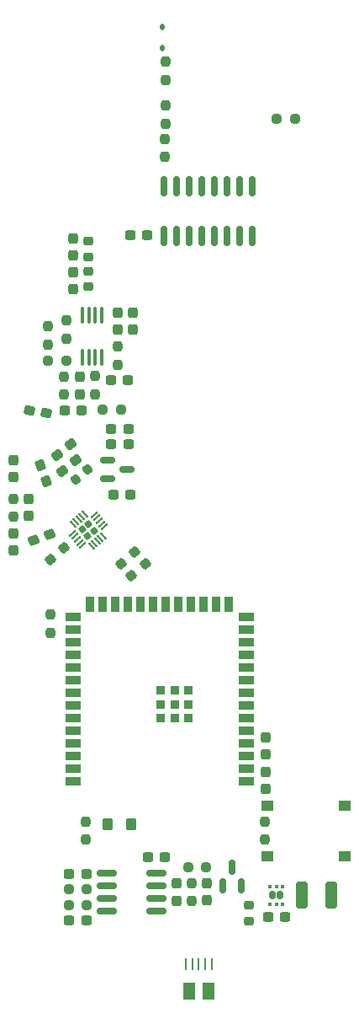
<source format=gbr>
G04 #@! TF.GenerationSoftware,KiCad,Pcbnew,8.0.3*
G04 #@! TF.CreationDate,2025-02-16T14:45:01-05:00*
G04 #@! TF.ProjectId,MEAP_Rev4c,4d454150-5f52-4657-9634-632e6b696361,rev?*
G04 #@! TF.SameCoordinates,Original*
G04 #@! TF.FileFunction,Paste,Top*
G04 #@! TF.FilePolarity,Positive*
%FSLAX46Y46*%
G04 Gerber Fmt 4.6, Leading zero omitted, Abs format (unit mm)*
G04 Created by KiCad (PCBNEW 8.0.3) date 2025-02-16 14:45:01*
%MOMM*%
%LPD*%
G01*
G04 APERTURE LIST*
G04 Aperture macros list*
%AMRoundRect*
0 Rectangle with rounded corners*
0 $1 Rounding radius*
0 $2 $3 $4 $5 $6 $7 $8 $9 X,Y pos of 4 corners*
0 Add a 4 corners polygon primitive as box body*
4,1,4,$2,$3,$4,$5,$6,$7,$8,$9,$2,$3,0*
0 Add four circle primitives for the rounded corners*
1,1,$1+$1,$2,$3*
1,1,$1+$1,$4,$5*
1,1,$1+$1,$6,$7*
1,1,$1+$1,$8,$9*
0 Add four rect primitives between the rounded corners*
20,1,$1+$1,$2,$3,$4,$5,0*
20,1,$1+$1,$4,$5,$6,$7,0*
20,1,$1+$1,$6,$7,$8,$9,0*
20,1,$1+$1,$8,$9,$2,$3,0*%
G04 Aperture macros list end*
%ADD10RoundRect,0.218750X-0.002858X-0.336909X0.332287X-0.055689X0.002858X0.336909X-0.332287X0.055689X0*%
%ADD11RoundRect,0.237500X-0.077151X-0.374772X0.382475X0.010901X0.077151X0.374772X-0.382475X-0.010901X0*%
%ADD12RoundRect,0.237500X0.300000X0.237500X-0.300000X0.237500X-0.300000X-0.237500X0.300000X-0.237500X0*%
%ADD13RoundRect,0.237500X-0.325783X0.200678X-0.120571X-0.363138X0.325783X-0.200678X0.120571X0.363138X0*%
%ADD14RoundRect,0.150000X-0.587500X-0.150000X0.587500X-0.150000X0.587500X0.150000X-0.587500X0.150000X0*%
%ADD15RoundRect,0.237500X-0.300000X-0.237500X0.300000X-0.237500X0.300000X0.237500X-0.300000X0.237500X0*%
%ADD16RoundRect,0.237500X-0.237500X0.300000X-0.237500X-0.300000X0.237500X-0.300000X0.237500X0.300000X0*%
%ADD17RoundRect,0.150000X0.150000X-0.587500X0.150000X0.587500X-0.150000X0.587500X-0.150000X-0.587500X0*%
%ADD18RoundRect,0.237500X0.237500X-0.250000X0.237500X0.250000X-0.237500X0.250000X-0.237500X-0.250000X0*%
%ADD19RoundRect,0.160000X-0.160000X0.245000X-0.160000X-0.245000X0.160000X-0.245000X0.160000X0.245000X0*%
%ADD20RoundRect,0.093750X-0.106250X0.093750X-0.106250X-0.093750X0.106250X-0.093750X0.106250X0.093750X0*%
%ADD21RoundRect,0.237500X-0.237500X0.250000X-0.237500X-0.250000X0.237500X-0.250000X0.237500X0.250000X0*%
%ADD22RoundRect,0.237500X-0.250000X-0.237500X0.250000X-0.237500X0.250000X0.237500X-0.250000X0.237500X0*%
%ADD23RoundRect,0.218750X-0.256250X0.218750X-0.256250X-0.218750X0.256250X-0.218750X0.256250X0.218750X0*%
%ADD24RoundRect,0.237500X-0.038849X-0.342632X0.344173X-0.021239X0.038849X0.342632X-0.344173X0.021239X0*%
%ADD25RoundRect,0.150000X0.150000X-0.825000X0.150000X0.825000X-0.150000X0.825000X-0.150000X-0.825000X0*%
%ADD26RoundRect,0.237500X0.237500X-0.300000X0.237500X0.300000X-0.237500X0.300000X-0.237500X-0.300000X0*%
%ADD27RoundRect,0.237500X0.250000X0.237500X-0.250000X0.237500X-0.250000X-0.237500X0.250000X-0.237500X0*%
%ADD28RoundRect,0.218750X0.256250X-0.218750X0.256250X0.218750X-0.256250X0.218750X-0.256250X-0.218750X0*%
%ADD29R,1.500000X0.900000*%
%ADD30R,0.900000X1.500000*%
%ADD31R,0.900000X0.900000*%
%ADD32RoundRect,0.167500X0.020646X0.235979X-0.235979X0.020646X-0.020646X-0.235979X0.235979X-0.020646X0*%
%ADD33RoundRect,0.050000X0.255127X0.279348X-0.319406X-0.202743X-0.255127X-0.279348X0.319406X0.202743X0*%
%ADD34RoundRect,0.050000X-0.202743X0.319406X-0.279348X0.255127X0.202743X-0.319406X0.279348X-0.255127X0*%
%ADD35RoundRect,0.250000X-0.275000X-0.350000X0.275000X-0.350000X0.275000X0.350000X-0.275000X0.350000X0*%
%ADD36R,1.250000X1.000000*%
%ADD37RoundRect,0.237500X-0.200678X-0.325783X0.363138X-0.120571X0.200678X0.325783X-0.363138X0.120571X0*%
%ADD38RoundRect,0.237500X0.336684X0.181797X-0.254201X0.285986X-0.336684X-0.181797X0.254201X-0.285986X0*%
%ADD39RoundRect,0.112500X0.112500X-0.187500X0.112500X0.187500X-0.112500X0.187500X-0.112500X-0.187500X0*%
%ADD40RoundRect,0.150000X-0.825000X-0.150000X0.825000X-0.150000X0.825000X0.150000X-0.825000X0.150000X0*%
%ADD41R,0.200000X1.150000*%
%ADD42R,1.300000X1.700000*%
%ADD43RoundRect,0.100000X0.100000X-0.712500X0.100000X0.712500X-0.100000X0.712500X-0.100000X-0.712500X0*%
%ADD44RoundRect,0.250000X-0.325000X-1.100000X0.325000X-1.100000X0.325000X1.100000X-0.325000X1.100000X0*%
G04 APERTURE END LIST*
D10*
X31633480Y-61922390D03*
X32840000Y-60910000D03*
D11*
X29768572Y-59478810D03*
X31090000Y-58370000D03*
D12*
X40642501Y-99889998D03*
X38917499Y-99890002D03*
D13*
X28055007Y-60489514D03*
X28644993Y-62110486D03*
D14*
X34882503Y-59960000D03*
X34882502Y-61859999D03*
X36757496Y-60910001D03*
D15*
X37124994Y-37350002D03*
X38850000Y-37350000D03*
D16*
X35830000Y-45160000D03*
X35830004Y-46885004D03*
D17*
X46417498Y-102787501D03*
X48317500Y-102787499D03*
X47367501Y-100912500D03*
D18*
X40730002Y-21787502D03*
X40730000Y-19962504D03*
D19*
X52240000Y-103707501D03*
X51440000Y-103707501D03*
D20*
X52490000Y-102820000D03*
X51840000Y-102820001D03*
X51190001Y-102820002D03*
X51190000Y-104595002D03*
X51840000Y-104595001D03*
X52489999Y-104595000D03*
D21*
X32630000Y-96280000D03*
X32630000Y-98104994D03*
D18*
X50710001Y-98132499D03*
X50709999Y-96307501D03*
D22*
X30937502Y-104660000D03*
X32762500Y-104660000D03*
D23*
X32869998Y-37975002D03*
X32869998Y-39550002D03*
D18*
X28830000Y-48360000D03*
X28829998Y-46535002D03*
D21*
X43290000Y-102455000D03*
X43290000Y-104279994D03*
D16*
X31340000Y-37720000D03*
X31339998Y-39445002D03*
D15*
X30997500Y-106200000D03*
X32722500Y-106200000D03*
X35224994Y-56870002D03*
X36950000Y-56870000D03*
D24*
X29070000Y-70000000D03*
X30468030Y-68826912D03*
D25*
X40500000Y-37434998D03*
X41769999Y-37434999D03*
X43039998Y-37434998D03*
X44309999Y-37434998D03*
X45580000Y-37434999D03*
X46849999Y-37434996D03*
X48120000Y-37434998D03*
X49389999Y-37434999D03*
X49389998Y-32484998D03*
X48119999Y-32484997D03*
X46850000Y-32484998D03*
X45579999Y-32484998D03*
X44309998Y-32484997D03*
X43039999Y-32485000D03*
X41769998Y-32484998D03*
X40499999Y-32484997D03*
D16*
X37380000Y-45167502D03*
X37380004Y-46892506D03*
D26*
X26930000Y-65610000D03*
X26929998Y-63884998D03*
D16*
X44799995Y-102499997D03*
X44799999Y-104225001D03*
D18*
X40670000Y-26180000D03*
X40669998Y-24355002D03*
D24*
X36201970Y-70373088D03*
X37600000Y-69200000D03*
D27*
X53692498Y-25739999D03*
X51867502Y-25740001D03*
D26*
X50740002Y-89575002D03*
X50740000Y-87850000D03*
D28*
X32889998Y-42582502D03*
X32889998Y-41007502D03*
D15*
X35222495Y-58400003D03*
X36947501Y-58400001D03*
D12*
X52722502Y-105854998D03*
X50997500Y-105854998D03*
D18*
X30485001Y-53407500D03*
X30484999Y-51582502D03*
D29*
X48839997Y-92260002D03*
X48839997Y-90990002D03*
X48839997Y-89720002D03*
X48839997Y-88450002D03*
X48839997Y-87180002D03*
X48839997Y-85910002D03*
X48839997Y-84640002D03*
X48839997Y-83370002D03*
X48839997Y-82100002D03*
X48839997Y-80830002D03*
X48839997Y-79560002D03*
X48839997Y-78290002D03*
X48839997Y-77020002D03*
X48839997Y-75750002D03*
D30*
X47074997Y-74500002D03*
X45804997Y-74500002D03*
X44534997Y-74500002D03*
X43264997Y-74500002D03*
X41994997Y-74500002D03*
X40724997Y-74500002D03*
X39454997Y-74500002D03*
X38184997Y-74500002D03*
X36914997Y-74500002D03*
X35644997Y-74500002D03*
X34374997Y-74500002D03*
X33104997Y-74500002D03*
D29*
X31339997Y-75750002D03*
X31339997Y-77020002D03*
X31339997Y-78290002D03*
X31339997Y-79560002D03*
X31339997Y-80830002D03*
X31339997Y-82100002D03*
X31339997Y-83370002D03*
X31339997Y-84640002D03*
X31339997Y-85910002D03*
X31339997Y-87180002D03*
X31339997Y-88450002D03*
X31339997Y-89720002D03*
X31339997Y-90990002D03*
X31339997Y-92260002D03*
D31*
X42989997Y-85940002D03*
X42989997Y-84540002D03*
X42989997Y-83140002D03*
X41589997Y-85940002D03*
X41589997Y-84540002D03*
X41589997Y-83140002D03*
X40189997Y-85940002D03*
X40189997Y-84540002D03*
X40189997Y-83140002D03*
D32*
X32937069Y-66437500D03*
X33464155Y-67065658D03*
X32308911Y-66964586D03*
X32835997Y-67592744D03*
D33*
X34511529Y-66695916D03*
X34254413Y-66389499D03*
X33997297Y-66083080D03*
X33740180Y-65776662D03*
X33483066Y-65470244D03*
D34*
X32567327Y-65390126D03*
X32260910Y-65647242D03*
X31954491Y-65904358D03*
X31648073Y-66161475D03*
X31341655Y-66418589D03*
D33*
X31261537Y-67334328D03*
X31518653Y-67640745D03*
X31775769Y-67947164D03*
X32032886Y-68253582D03*
X32290000Y-68560000D03*
D34*
X33205739Y-68640118D03*
X33512156Y-68383002D03*
X33818575Y-68125886D03*
X34124993Y-67868769D03*
X34431411Y-67611655D03*
D12*
X32250000Y-54960000D03*
X30524998Y-54960004D03*
D35*
X34890000Y-96550000D03*
X37190000Y-96550000D03*
D22*
X28835002Y-49969998D03*
X30660000Y-49970000D03*
D15*
X30977500Y-101580000D03*
X32702500Y-101580000D03*
D36*
X58684999Y-94670000D03*
X50935001Y-94670000D03*
D26*
X25350002Y-61722502D03*
X25349998Y-59997498D03*
D21*
X29060000Y-75480000D03*
X29060000Y-77304994D03*
D37*
X27369514Y-68064993D03*
X28990486Y-67475007D03*
D24*
X37251970Y-71603088D03*
X38650000Y-70430000D03*
D15*
X35427498Y-63460002D03*
X37152502Y-63459998D03*
D16*
X50750000Y-91280000D03*
X50749998Y-93005002D03*
D22*
X30927502Y-103120000D03*
X32752500Y-103120000D03*
D26*
X32015001Y-53357502D03*
X32014999Y-51632500D03*
D38*
X28659398Y-55289770D03*
X26960602Y-54990230D03*
D39*
X40360002Y-18587502D03*
X40359998Y-16487500D03*
D26*
X41769999Y-104240000D03*
X41769997Y-102514998D03*
D40*
X34775000Y-101510000D03*
X34775000Y-102780000D03*
X34775000Y-104050000D03*
X34775000Y-105320000D03*
X39725000Y-105320000D03*
X39725000Y-104050000D03*
X39725000Y-102780000D03*
X39725000Y-101510000D03*
D21*
X30660000Y-45950000D03*
X30660000Y-47774994D03*
D41*
X42729999Y-110632000D03*
X43379999Y-110632000D03*
X44029999Y-110632000D03*
X44679999Y-110632000D03*
X45329999Y-110632000D03*
D42*
X43029999Y-113332000D03*
X45029999Y-113332000D03*
D11*
X30270000Y-61080000D03*
X31591428Y-59971190D03*
D43*
X32299999Y-49664999D03*
X32949999Y-49664999D03*
X33599998Y-49665001D03*
X34249998Y-49665000D03*
X34249999Y-45440001D03*
X33599999Y-45440001D03*
X32950000Y-45439999D03*
X32300000Y-45440000D03*
D26*
X25390000Y-69090000D03*
X25389998Y-67364994D03*
D12*
X36922501Y-51959998D03*
X35197499Y-51960002D03*
D18*
X35840002Y-50394998D03*
X35840000Y-48570000D03*
D21*
X40630001Y-27717501D03*
X40629999Y-29542499D03*
D22*
X34345000Y-54900000D03*
X36170000Y-54900000D03*
D18*
X33565000Y-53382499D03*
X33564998Y-51557501D03*
D36*
X50940002Y-99810000D03*
X58690000Y-99810000D03*
D26*
X31340000Y-42810004D03*
X31339998Y-41085002D03*
D23*
X49090000Y-104725000D03*
X49090000Y-106300000D03*
D21*
X25390000Y-63865006D03*
X25390000Y-65690000D03*
D27*
X44772496Y-100914999D03*
X42947500Y-100915001D03*
D44*
X54405000Y-103700000D03*
X57355000Y-103700000D03*
M02*

</source>
